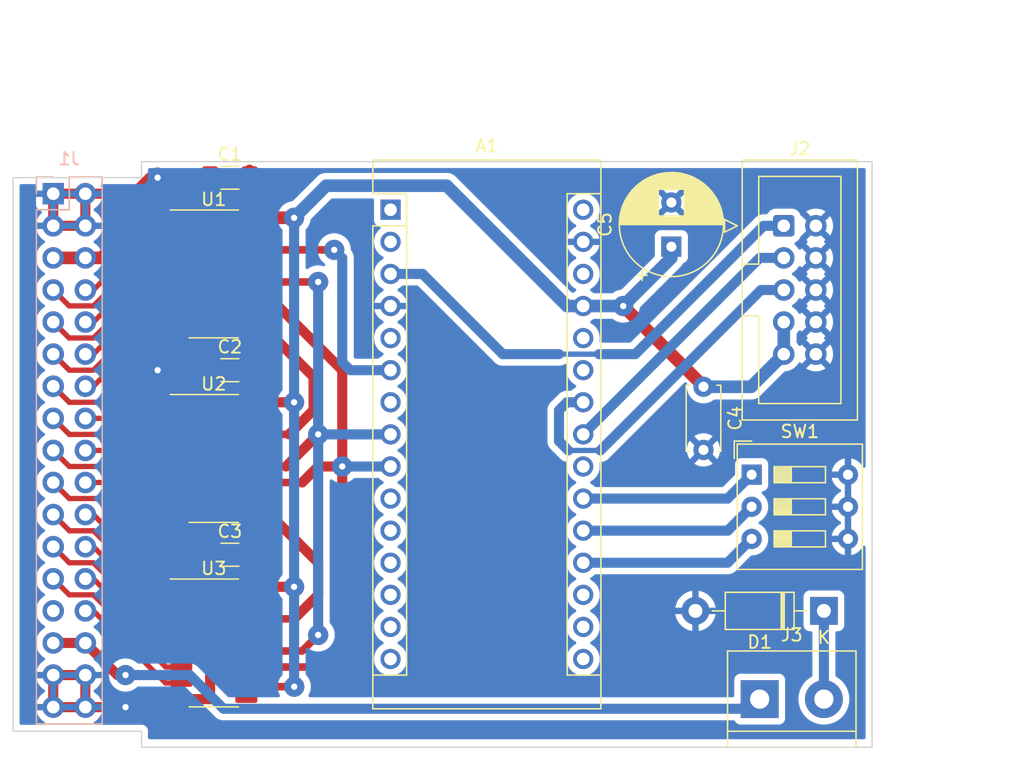
<source format=kicad_pcb>
(kicad_pcb (version 20211014) (generator pcbnew)
  (layers (0 "F.Cu" signal) (31 "B.Cu" signal) (34 "B.Paste" user) (35 "F.Paste" user) (36 "B.SilkS" user "B.Silkscreen") (37 "F.SilkS" user "F.Silkscreen") (38 "B.Mask" user) (39 "F.Mask" user) (44 "Edge.Cuts" user))
  (net 0 "")
  (net 5 "RESET")
  (net 6 "CFG-0")
  (net 7 "GND")
  (net 8 "CFG-1")
  (net 9 "ENABLE-X-1")
  (net 10 "CFG-2")
  (net 11 "ENABLE-X-2")
  (net 13 "ENABLE-X-3")
  (net 14 "SDA")
  (net 15 "ENABLE-X-4")
  (net 16 "SCL")
  (net 17 "ENABLE-X-5")
  (net 19 "ENABLE-X-6")
  (net 21 "ENABLE-X-7")
  (net 22 "Vin")
  (net 23 "ENABLE-X-8")
  (net 27 "A0-X")
  (net 28 "A1-X")
  (net 29 "A2-X")
  (net 30 "B0-X")
  (net 31 "B1-X")
  (net 32 "A0-Y")
  (net 33 "A1-Y")
  (net 34 "A2-Y")
  (net 35 "B0-Y")
  (net 36 "B1-Y")
  (net 38 "Net-(J1-Pad29)")
  (net 39 "DATA-X")
  (net 40 "ENABLE-Y-SET")
  (net 41 "ENABLE-Y-RESET")
  (net 42 "Net-(U1-Pad9)")
  (net 49 "Net-(U2-Pad9)")
  (net 52 "Net-(A1-Pad6)")
  (net 53 "Net-(A1-Pad8)")
  (net 54 "Net-(A1-Pad9)")
  (net 58 "Net-(D1-Pad1)")
  (footprint "Connector_IDC:IDC-Header_2x05_P2.54mm_Vertical" (layer "F.Cu") (at 108.585 68.58)
    (fp_text reference "J2" (at 1.27 -6.1) (layer "F.SilkS"))
    (fp_text value "I2C bus")
    (pad "1" thru_hole roundrect locked (at 0 0) (size 1.7 1.7) (drill 1) (layers *.Cu *.Mask) (roundrect_rratio 0.1470588235) (net 5 "RESET"))
    (pad "2" thru_hole circle locked (at 2.54 0) (size 1.7 1.7) (drill 1) (layers *.Cu *.Mask) (net 7 "GND"))
    (pad "3" thru_hole circle locked (at 0 2.54) (size 1.7 1.7) (drill 1) (layers *.Cu *.Mask) (net 14 "SDA"))
    (pad "4" thru_hole circle locked (at 2.54 2.54) (size 1.7 1.7) (drill 1) (layers *.Cu *.Mask) (net 7 "GND"))
    (pad "5" thru_hole circle locked (at 0 5.08) (size 1.7 1.7) (drill 1) (layers *.Cu *.Mask) (net 16 "SCL"))
    (pad "6" thru_hole circle locked (at 2.54 5.08) (size 1.7 1.7) (drill 1) (layers *.Cu *.Mask) (net 7 "GND"))
    (pad "7" thru_hole circle locked (at 0 7.62) (size 1.7 1.7) (drill 1) (layers *.Cu *.Mask) (net 22 "Vin"))
    (pad "8" thru_hole circle locked (at 2.54 7.62) (size 1.7 1.7) (drill 1) (layers *.Cu *.Mask) (net 7 "GND"))
    (pad "9" thru_hole circle locked (at 0 10.16) (size 1.7 1.7) (drill 1) (layers *.Cu *.Mask) (net 22 "Vin"))
    (pad "10" thru_hole circle locked (at 2.54 10.16) (size 1.7 1.7) (drill 1) (layers *.Cu *.Mask) (net 7 "GND"))
  )
  (footprint "Package_SO:SO-16_3.9x9.9mm_P1.27mm" (layer "F.Cu") (at 63.5 101.6)
    (fp_text reference "U3" (at 0 -5.9) (layer "F.SilkS"))
    (fp_text value "74HC595D")
    (pad "1" smd roundrect locked (at -2.575 -4.445) (size 1.75 0.6) (layers "F.Cu" "F.Paste" "F.Mask") (net 17 "ENABLE-X-5"))
    (pad "2" smd roundrect locked (at -2.575 -3.175) (size 1.75 0.6) (layers "F.Cu" "F.Paste" "F.Mask") (net 34 "A2-Y"))
    (pad "3" smd roundrect locked (at -2.575 -1.905) (size 1.75 0.6) (layers "F.Cu" "F.Paste" "F.Mask") (net 19 "ENABLE-X-6"))
    (pad "4" smd roundrect locked (at -2.575 -0.635) (size 1.75 0.6) (layers "F.Cu" "F.Paste" "F.Mask") (net 35 "B0-Y"))
    (pad "5" smd roundrect locked (at -2.575 0.635) (size 1.75 0.6) (layers "F.Cu" "F.Paste" "F.Mask") (net 21 "ENABLE-X-7"))
    (pad "6" smd roundrect locked (at -2.575 1.905) (size 1.75 0.6) (layers "F.Cu" "F.Paste" "F.Mask") (net 36 "B1-Y"))
    (pad "7" smd roundrect locked (at -2.575 3.175) (size 1.75 0.6) (layers "F.Cu" "F.Paste" "F.Mask") (net 23 "ENABLE-X-8"))
    (pad "8" smd roundrect locked (at -2.575 4.445) (size 1.75 0.6) (layers "F.Cu" "F.Paste" "F.Mask") (net 7 "GND"))
    (pad "9" smd roundrect locked (at 2.575 4.445) (size 1.75 0.6) (layers "F.Cu" "F.Paste" "F.Mask"))
    (pad "10" smd roundrect locked (at 2.575 3.175) (size 1.75 0.6) (layers "F.Cu" "F.Paste" "F.Mask") (net 22 "Vin"))
    (pad "11" smd roundrect locked (at 2.575 1.905) (size 1.75 0.6) (layers "F.Cu" "F.Paste" "F.Mask") (net 54 "Net-(A1-Pad9)"))
    (pad "12" smd roundrect locked (at 2.575 0.635) (size 1.75 0.6) (layers "F.Cu" "F.Paste" "F.Mask") (net 53 "Net-(A1-Pad8)"))
    (pad "13" smd roundrect locked (at 2.575 -0.635) (size 1.75 0.6) (layers "F.Cu" "F.Paste" "F.Mask") (net 7 "GND"))
    (pad "14" smd roundrect locked (at 2.575 -1.905) (size 1.75 0.6) (layers "F.Cu" "F.Paste" "F.Mask") (net 49 "Net-(U2-Pad9)"))
    (pad "15" smd roundrect locked (at 2.575 -3.175) (size 1.75 0.6) (layers "F.Cu" "F.Paste" "F.Mask"))
    (pad "16" smd roundrect locked (at 2.575 -4.445) (size 1.75 0.6) (layers "F.Cu" "F.Paste" "F.Mask") (net 22 "Vin"))
  )
  (footprint "Capacitor_SMD:C_1206_3216Metric_Pad1.33x1.80mm_HandSolder" (layer "F.Cu") (at 64.77 64.77)
    (fp_text reference "C1" (at 0 -1.85) (layer "F.SilkS"))
    (fp_text value "100n")
    (pad "1" smd roundrect locked (at -1.5625 0) (size 1.325 1.8) (layers "F.Cu" "F.Paste" "F.Mask") (roundrect_rratio 0.1886792453) (net 7 "GND"))
    (pad "2" smd roundrect locked (at 1.5625 0) (size 1.325 1.8) (layers "F.Cu" "F.Paste" "F.Mask") (roundrect_rratio 0.1886792453) (net 22 "Vin"))
  )
  (footprint "TerminalBlock:TerminalBlock_bornier-2_P5.08mm" (layer "F.Cu") (at 106.68 106.045)
    (fp_text reference "J3" (at 2.54 -5.08) (layer "F.SilkS"))
    (fp_text value "Power 24V")
    (pad "1" thru_hole rect locked (at 0 0) (size 3 3) (drill 1.52) (layers *.Cu *.Mask) (net 38 "Net-(J1-Pad29)"))
    (pad "2" thru_hole circle locked (at 5.08 0) (size 3 3) (drill 1.52) (layers *.Cu *.Mask) (net 58 "Net-(D1-Pad1)"))
  )
  (footprint "Capacitor_THT:C_Disc_D5.0mm_W2.5mm_P5.00mm" (layer "F.Cu") (at 102.235 81.32 -90)
    (fp_text reference "C4" (at 2.5 -2.5 90) (layer "F.SilkS"))
    (fp_text value "100n")
    (pad "1" thru_hole circle locked (at 0 0 270) (size 1.6 1.6) (drill 0.8) (layers *.Cu *.Mask) (net 22 "Vin"))
    (pad "2" thru_hole circle locked (at 5 0 270) (size 1.6 1.6) (drill 0.8) (layers *.Cu *.Mask) (net 7 "GND"))
  )
  (footprint "Capacitor_SMD:C_1206_3216Metric_Pad1.33x1.80mm_HandSolder" (layer "F.Cu") (at 64.77 80.01)
    (fp_text reference "C2" (at 0 -1.85) (layer "F.SilkS"))
    (fp_text value "100n")
    (pad "1" smd roundrect locked (at -1.5625 0) (size 1.325 1.8) (layers "F.Cu" "F.Paste" "F.Mask") (roundrect_rratio 0.1886792453) (net 7 "GND"))
    (pad "2" smd roundrect locked (at 1.5625 0) (size 1.325 1.8) (layers "F.Cu" "F.Paste" "F.Mask") (roundrect_rratio 0.1886792453) (net 22 "Vin"))
  )
  (footprint "Package_SO:SO-16_3.9x9.9mm_P1.27mm" (layer "F.Cu") (at 63.5 86.995)
    (fp_text reference "U2" (at 0 -5.9) (layer "F.SilkS"))
    (fp_text value "74HC595D")
    (pad "1" smd roundrect locked (at -2.575 -4.445) (size 1.75 0.6) (layers "F.Cu" "F.Paste" "F.Mask") (net 30 "B0-X"))
    (pad "2" smd roundrect locked (at -2.575 -3.175) (size 1.75 0.6) (layers "F.Cu" "F.Paste" "F.Mask") (net 11 "ENABLE-X-2"))
    (pad "3" smd roundrect locked (at -2.575 -1.905) (size 1.75 0.6) (layers "F.Cu" "F.Paste" "F.Mask") (net 31 "B1-X"))
    (pad "4" smd roundrect locked (at -2.575 -0.635) (size 1.75 0.6) (layers "F.Cu" "F.Paste" "F.Mask") (net 13 "ENABLE-X-3"))
    (pad "5" smd roundrect locked (at -2.575 0.635) (size 1.75 0.6) (layers "F.Cu" "F.Paste" "F.Mask") (net 32 "A0-Y"))
    (pad "6" smd roundrect locked (at -2.575 1.905) (size 1.75 0.6) (layers "F.Cu" "F.Paste" "F.Mask") (net 15 "ENABLE-X-4"))
    (pad "7" smd roundrect locked (at -2.575 3.175) (size 1.75 0.6) (layers "F.Cu" "F.Paste" "F.Mask") (net 33 "A1-Y"))
    (pad "8" smd roundrect locked (at -2.575 4.445) (size 1.75 0.6) (layers "F.Cu" "F.Paste" "F.Mask") (net 7 "GND"))
    (pad "9" smd roundrect locked (at 2.575 4.445) (size 1.75 0.6) (layers "F.Cu" "F.Paste" "F.Mask") (net 49 "Net-(U2-Pad9)"))
    (pad "10" smd roundrect locked (at 2.575 3.175) (size 1.75 0.6) (layers "F.Cu" "F.Paste" "F.Mask") (net 22 "Vin"))
    (pad "11" smd roundrect locked (at 2.575 1.905) (size 1.75 0.6) (layers "F.Cu" "F.Paste" "F.Mask") (net 54 "Net-(A1-Pad9)"))
    (pad "12" smd roundrect locked (at 2.575 0.635) (size 1.75 0.6) (layers "F.Cu" "F.Paste" "F.Mask") (net 53 "Net-(A1-Pad8)"))
    (pad "13" smd roundrect locked (at 2.575 -0.635) (size 1.75 0.6) (layers "F.Cu" "F.Paste" "F.Mask") (net 7 "GND"))
    (pad "14" smd roundrect locked (at 2.575 -1.905) (size 1.75 0.6) (layers "F.Cu" "F.Paste" "F.Mask") (net 42 "Net-(U1-Pad9)"))
    (pad "15" smd roundrect locked (at 2.575 -3.175) (size 1.75 0.6) (layers "F.Cu" "F.Paste" "F.Mask"))
    (pad "16" smd roundrect locked (at 2.575 -4.445) (size 1.75 0.6) (layers "F.Cu" "F.Paste" "F.Mask") (net 22 "Vin"))
  )
  (footprint "Capacitor_THT:CP_Radial_D8.0mm_P3.50mm" (layer "F.Cu") (at 99.695 70.232651 90)
    (fp_text reference "C5" (at 1.75 -5.25 90) (layer "F.SilkS"))
    (fp_text value "100uF")
    (pad "1" thru_hole rect locked (at 0 0 90) (size 1.6 1.6) (drill 0.8) (layers *.Cu *.Mask) (net 22 "Vin"))
    (pad "2" thru_hole circle locked (at 3.5 0 90) (size 1.6 1.6) (drill 0.8) (layers *.Cu *.Mask) (net 7 "GND"))
  )
  (footprint "Package_SO:SO-16_3.9x9.9mm_P1.27mm" (layer "F.Cu") (at 63.5 72.39)
    (fp_text reference "U1" (at 0 -5.9) (layer "F.SilkS"))
    (fp_text value "74HC595D")
    (pad "1" smd roundrect locked (at -2.575 -4.445) (size 1.75 0.6) (layers "F.Cu" "F.Paste" "F.Mask") (net 39 "DATA-X"))
    (pad "2" smd roundrect locked (at -2.575 -3.175) (size 1.75 0.6) (layers "F.Cu" "F.Paste" "F.Mask") (net 27 "A0-X"))
    (pad "3" smd roundrect locked (at -2.575 -1.905) (size 1.75 0.6) (layers "F.Cu" "F.Paste" "F.Mask") (net 40 "ENABLE-Y-SET"))
    (pad "4" smd roundrect locked (at -2.575 -0.635) (size 1.75 0.6) (layers "F.Cu" "F.Paste" "F.Mask") (net 28 "A1-X"))
    (pad "5" smd roundrect locked (at -2.575 0.635) (size 1.75 0.6) (layers "F.Cu" "F.Paste" "F.Mask") (net 41 "ENABLE-Y-RESET"))
    (pad "6" smd roundrect locked (at -2.575 1.905) (size 1.75 0.6) (layers "F.Cu" "F.Paste" "F.Mask") (net 29 "A2-X"))
    (pad "7" smd roundrect locked (at -2.575 3.175) (size 1.75 0.6) (layers "F.Cu" "F.Paste" "F.Mask") (net 9 "ENABLE-X-1"))
    (pad "8" smd roundrect locked (at -2.575 4.445) (size 1.75 0.6) (layers "F.Cu" "F.Paste" "F.Mask") (net 7 "GND"))
    (pad "9" smd roundrect locked (at 2.575 4.445) (size 1.75 0.6) (layers "F.Cu" "F.Paste" "F.Mask") (net 42 "Net-(U1-Pad9)"))
    (pad "10" smd roundrect locked (at 2.575 3.175) (size 1.75 0.6) (layers "F.Cu" "F.Paste" "F.Mask") (net 22 "Vin"))
    (pad "11" smd roundrect locked (at 2.575 1.905) (size 1.75 0.6) (layers "F.Cu" "F.Paste" "F.Mask") (net 54 "Net-(A1-Pad9)"))
    (pad "12" smd roundrect locked (at 2.575 0.635) (size 1.75 0.6) (layers "F.Cu" "F.Paste" "F.Mask") (net 53 "Net-(A1-Pad8)"))
    (pad "13" smd roundrect locked (at 2.575 -0.635) (size 1.75 0.6) (layers "F.Cu" "F.Paste" "F.Mask") (net 7 "GND"))
    (pad "14" smd roundrect locked (at 2.575 -1.905) (size 1.75 0.6) (layers "F.Cu" "F.Paste" "F.Mask") (net 52 "Net-(A1-Pad6)"))
    (pad "15" smd roundrect locked (at 2.575 -3.175) (size 1.75 0.6) (layers "F.Cu" "F.Paste" "F.Mask"))
    (pad "16" smd roundrect locked (at 2.575 -4.445) (size 1.75 0.6) (layers "F.Cu" "F.Paste" "F.Mask") (net 22 "Vin"))
  )
  (footprint "Capacitor_SMD:C_1206_3216Metric_Pad1.33x1.80mm_HandSolder" (layer "F.Cu") (at 64.77 94.615)
    (fp_text reference "C3" (at 0 -1.85) (layer "F.SilkS"))
    (fp_text value "100n")
    (pad "1" smd roundrect locked (at -1.5625 0) (size 1.325 1.8) (layers "F.Cu" "F.Paste" "F.Mask") (roundrect_rratio 0.1886792453) (net 7 "GND"))
    (pad "2" smd roundrect locked (at 1.5625 0) (size 1.325 1.8) (layers "F.Cu" "F.Paste" "F.Mask") (roundrect_rratio 0.1886792453) (net 22 "Vin"))
  )
  (footprint "Button_Switch_THT:SW_DIP_SPSTx03_Slide_9.78x9.8mm_W7.62mm_P2.54mm" (layer "F.Cu") (at 106.045 88.28)
    (fp_text reference "SW1" (at 3.81 -3.42) (layer "F.SilkS"))
    (fp_text value "SW_DIP_x03")
    (pad "1" thru_hole rect locked (at 0 0) (size 1.6 1.6) (drill 0.8) (layers *.Cu *.Mask) (net 10 "CFG-2"))
    (pad "2" thru_hole oval locked (at 0 2.54) (size 1.6 1.6) (drill 0.8) (layers *.Cu *.Mask) (net 8 "CFG-1"))
    (pad "3" thru_hole oval locked (at 0 5.08) (size 1.6 1.6) (drill 0.8) (layers *.Cu *.Mask) (net 6 "CFG-0"))
    (pad "4" thru_hole oval locked (at 7.62 5.08) (size 1.6 1.6) (drill 0.8) (layers *.Cu *.Mask) (net 7 "GND"))
    (pad "5" thru_hole oval locked (at 7.62 2.54) (size 1.6 1.6) (drill 0.8) (layers *.Cu *.Mask) (net 7 "GND"))
    (pad "6" thru_hole oval locked (at 7.62 0) (size 1.6 1.6) (drill 0.8) (layers *.Cu *.Mask) (net 7 "GND"))
  )
  (footprint "Diode_THT:D_DO-41_SOD81_P10.16mm_Horizontal" (layer "F.Cu") (at 111.76 99.06 180)
    (fp_text reference "D1" (at 5.08 -2.47) (layer "F.SilkS"))
    (fp_text value "1N5819")
    (fp_text user "K" (at 0 -2.1) (layer "F.SilkS"))
    (pad "1" thru_hole rect locked (at 0 0 180) (size 2.2 2.2) (drill 1.1) (layers *.Cu *.Mask) (net 58 "Net-(D1-Pad1)"))
    (pad "2" thru_hole oval locked (at 10.16 0 180) (size 2.2 2.2) (drill 1.1) (layers *.Cu *.Mask) (net 7 "GND"))
  )
  (footprint "Module:Arduino_Nano" (layer "F.Cu") (at 77.48 67.31)
    (fp_text reference "A1" (at 7.62 -5.08) (layer "F.SilkS"))
    (fp_text value "Arduino_Nano_v3.x")
    (pad "1" thru_hole rect locked (at 0 0) (size 1.6 1.6) (drill 1) (layers *.Cu *.Mask))
    (pad "2" thru_hole oval locked (at 0 2.54) (size 1.6 1.6) (drill 1) (layers *.Cu *.Mask))
    (pad "3" thru_hole oval locked (at 0 5.08) (size 1.6 1.6) (drill 1) (layers *.Cu *.Mask) (net 5 "RESET"))
    (pad "4" thru_hole oval locked (at 0 7.62) (size 1.6 1.6) (drill 1) (layers *.Cu *.Mask) (net 7 "GND"))
    (pad "5" thru_hole oval locked (at 0 10.16) (size 1.6 1.6) (drill 1) (layers *.Cu *.Mask))
    (pad "6" thru_hole oval locked (at 0 12.7) (size 1.6 1.6) (drill 1) (layers *.Cu *.Mask) (net 52 "Net-(A1-Pad6)"))
    (pad "7" thru_hole oval locked (at 0 15.24) (size 1.6 1.6) (drill 1) (layers *.Cu *.Mask))
    (pad "8" thru_hole oval locked (at 0 17.78) (size 1.6 1.6) (drill 1) (layers *.Cu *.Mask) (net 53 "Net-(A1-Pad8)"))
    (pad "9" thru_hole oval locked (at 0 20.32) (size 1.6 1.6) (drill 1) (layers *.Cu *.Mask) (net 54 "Net-(A1-Pad9)"))
    (pad "10" thru_hole oval locked (at 0 22.86) (size 1.6 1.6) (drill 1) (layers *.Cu *.Mask))
    (pad "11" thru_hole oval locked (at 0 25.4) (size 1.6 1.6) (drill 1) (layers *.Cu *.Mask))
    (pad "12" thru_hole oval locked (at 0 27.94) (size 1.6 1.6) (drill 1) (layers *.Cu *.Mask))
    (pad "13" thru_hole oval locked (at 0 30.48) (size 1.6 1.6) (drill 1) (layers *.Cu *.Mask))
    (pad "14" thru_hole oval locked (at 0 33.02) (size 1.6 1.6) (drill 1) (layers *.Cu *.Mask))
    (pad "15" thru_hole oval locked (at 0 35.56) (size 1.6 1.6) (drill 1) (layers *.Cu *.Mask))
    (pad "16" thru_hole oval locked (at 15.24 35.56) (size 1.6 1.6) (drill 1) (layers *.Cu *.Mask))
    (pad "17" thru_hole oval locked (at 15.24 33.02) (size 1.6 1.6) (drill 1) (layers *.Cu *.Mask))
    (pad "18" thru_hole oval locked (at 15.24 30.48) (size 1.6 1.6) (drill 1) (layers *.Cu *.Mask))
    (pad "19" thru_hole oval locked (at 15.24 27.94) (size 1.6 1.6) (drill 1) (layers *.Cu *.Mask) (net 6 "CFG-0"))
    (pad "20" thru_hole oval locked (at 15.24 25.4) (size 1.6 1.6) (drill 1) (layers *.Cu *.Mask) (net 8 "CFG-1"))
    (pad "21" thru_hole oval locked (at 15.24 22.86) (size 1.6 1.6) (drill 1) (layers *.Cu *.Mask) (net 10 "CFG-2"))
    (pad "22" thru_hole oval locked (at 15.24 20.32) (size 1.6 1.6) (drill 1) (layers *.Cu *.Mask))
    (pad "23" thru_hole oval locked (at 15.24 17.78) (size 1.6 1.6) (drill 1) (layers *.Cu *.Mask) (net 14 "SDA"))
    (pad "24" thru_hole oval locked (at 15.24 15.24) (size 1.6 1.6) (drill 1) (layers *.Cu *.Mask) (net 16 "SCL"))
    (pad "25" thru_hole oval locked (at 15.24 12.7) (size 1.6 1.6) (drill 1) (layers *.Cu *.Mask))
    (pad "26" thru_hole oval locked (at 15.24 10.16) (size 1.6 1.6) (drill 1) (layers *.Cu *.Mask))
    (pad "27" thru_hole oval locked (at 15.24 7.62) (size 1.6 1.6) (drill 1) (layers *.Cu *.Mask) (net 22 "Vin"))
    (pad "28" thru_hole oval locked (at 15.24 5.08) (size 1.6 1.6) (drill 1) (layers *.Cu *.Mask))
    (pad "29" thru_hole oval locked (at 15.24 2.54) (size 1.6 1.6) (drill 1) (layers *.Cu *.Mask) (net 7 "GND"))
    (pad "30" thru_hole oval locked (at 15.24 0) (size 1.6 1.6) (drill 1) (layers *.Cu *.Mask))
  )
  (footprint "Connector_PinSocket_2.54mm:PinSocket_2x17_P2.54mm_Vertical" (layer "B.Cu") (at 50.8 66.04 180)
    (fp_text reference "J1" (at -1.27 2.77) (layer "B.SilkS") (effects (justify mirror)))
    (fp_text value "FlipDot matrix")
    (pad "1" thru_hole rect locked (at 0 0 180) (size 1.7 1.7) (drill 1) (layers *.Cu *.Mask) (net 7 "GND"))
    (pad "2" thru_hole oval locked (at -2.54 0 180) (size 1.7 1.7) (drill 1) (layers *.Cu *.Mask) (net 7 "GND"))
    (pad "3" thru_hole oval locked (at 0 -2.54 180) (size 1.7 1.7) (drill 1) (layers *.Cu *.Mask) (net 7 "GND"))
    (pad "4" thru_hole oval locked (at -2.54 -2.54 180) (size 1.7 1.7) (drill 1) (layers *.Cu *.Mask) (net 7 "GND"))
    (pad "5" thru_hole oval locked (at 0 -5.08 180) (size 1.7 1.7) (drill 1) (layers *.Cu *.Mask) (net 22 "Vin"))
    (pad "6" thru_hole oval locked (at -2.54 -5.08 180) (size 1.7 1.7) (drill 1) (layers *.Cu *.Mask) (net 22 "Vin"))
    (pad "7" thru_hole oval locked (at 0 -7.62 180) (size 1.7 1.7) (drill 1) (layers *.Cu *.Mask) (net 27 "A0-X"))
    (pad "8" thru_hole oval locked (at -2.54 -7.62 180) (size 1.7 1.7) (drill 1) (layers *.Cu *.Mask) (net 39 "DATA-X"))
    (pad "9" thru_hole oval locked (at 0 -10.16 180) (size 1.7 1.7) (drill 1) (layers *.Cu *.Mask) (net 28 "A1-X"))
    (pad "10" thru_hole oval locked (at -2.54 -10.16 180) (size 1.7 1.7) (drill 1) (layers *.Cu *.Mask) (net 40 "ENABLE-Y-SET"))
    (pad "11" thru_hole oval locked (at 0 -12.7 180) (size 1.7 1.7) (drill 1) (layers *.Cu *.Mask) (net 29 "A2-X"))
    (pad "12" thru_hole oval locked (at -2.54 -12.7 180) (size 1.7 1.7) (drill 1) (layers *.Cu *.Mask) (net 41 "ENABLE-Y-RESET"))
    (pad "13" thru_hole oval locked (at 0 -15.24 180) (size 1.7 1.7) (drill 1) (layers *.Cu *.Mask) (net 30 "B0-X"))
    (pad "14" thru_hole oval locked (at -2.54 -15.24 180) (size 1.7 1.7) (drill 1) (layers *.Cu *.Mask) (net 9 "ENABLE-X-1"))
    (pad "15" thru_hole oval locked (at 0 -17.78 180) (size 1.7 1.7) (drill 1) (layers *.Cu *.Mask) (net 31 "B1-X"))
    (pad "16" thru_hole oval locked (at -2.54 -17.78 180) (size 1.7 1.7) (drill 1) (layers *.Cu *.Mask) (net 11 "ENABLE-X-2"))
    (pad "17" thru_hole oval locked (at 0 -20.32 180) (size 1.7 1.7) (drill 1) (layers *.Cu *.Mask) (net 32 "A0-Y"))
    (pad "18" thru_hole oval locked (at -2.54 -20.32 180) (size 1.7 1.7) (drill 1) (layers *.Cu *.Mask) (net 13 "ENABLE-X-3"))
    (pad "19" thru_hole oval locked (at 0 -22.86 180) (size 1.7 1.7) (drill 1) (layers *.Cu *.Mask) (net 33 "A1-Y"))
    (pad "20" thru_hole oval locked (at -2.54 -22.86 180) (size 1.7 1.7) (drill 1) (layers *.Cu *.Mask) (net 15 "ENABLE-X-4"))
    (pad "21" thru_hole oval locked (at 0 -25.4 180) (size 1.7 1.7) (drill 1) (layers *.Cu *.Mask) (net 34 "A2-Y"))
    (pad "22" thru_hole oval locked (at -2.54 -25.4 180) (size 1.7 1.7) (drill 1) (layers *.Cu *.Mask) (net 17 "ENABLE-X-5"))
    (pad "23" thru_hole oval locked (at 0 -27.94 180) (size 1.7 1.7) (drill 1) (layers *.Cu *.Mask) (net 35 "B0-Y"))
    (pad "24" thru_hole oval locked (at -2.54 -27.94 180) (size 1.7 1.7) (drill 1) (layers *.Cu *.Mask) (net 19 "ENABLE-X-6"))
    (pad "25" thru_hole oval locked (at 0 -30.48 180) (size 1.7 1.7) (drill 1) (layers *.Cu *.Mask) (net 36 "B1-Y"))
    (pad "26" thru_hole oval locked (at -2.54 -30.48 180) (size 1.7 1.7) (drill 1) (layers *.Cu *.Mask) (net 21 "ENABLE-X-7"))
    (pad "27" thru_hole oval locked (at 0 -33.02 180) (size 1.7 1.7) (drill 1) (layers *.Cu *.Mask))
    (pad "28" thru_hole oval locked (at -2.54 -33.02 180) (size 1.7 1.7) (drill 1) (layers *.Cu *.Mask) (net 23 "ENABLE-X-8"))
    (pad "29" thru_hole oval locked (at 0 -35.56 180) (size 1.7 1.7) (drill 1) (layers *.Cu *.Mask) (net 38 "Net-(J1-Pad29)"))
    (pad "30" thru_hole oval locked (at -2.54 -35.56 180) (size 1.7 1.7) (drill 1) (layers *.Cu *.Mask) (net 38 "Net-(J1-Pad29)"))
    (pad "31" thru_hole oval locked (at 0 -38.1 180) (size 1.7 1.7) (drill 1) (layers *.Cu *.Mask) (net 7 "GND"))
    (pad "32" thru_hole oval locked (at -2.54 -38.1 180) (size 1.7 1.7) (drill 1) (layers *.Cu *.Mask) (net 7 "GND"))
    (pad "33" thru_hole oval locked (at 0 -40.64 180) (size 1.7 1.7) (drill 1) (layers *.Cu *.Mask) (net 7 "GND"))
    (pad "34" thru_hole oval locked (at -2.54 -40.64 180) (size 1.7 1.7) (drill 1) (layers *.Cu *.Mask) (net 7 "GND"))
  )
  (gr_poly (pts (xy 115.57 109.855) (xy 57.785 109.855) (xy 57.785 108.585) (xy 47.625 108.585) (xy 47.625 64.77) (xy 57.785 64.77) (xy 57.785 63.5) (xy 115.57 63.5)) (layer "Edge.Cuts") (width 0.1) (fill none))
  (segment (start 106.9975 68.58) (end 108.585 68.58) (width 0.8) (layer "B.Cu") (net 5))
  (segment (start 93.98 78.74) (end 96.8375 78.74) (width 0.8) (layer "B.Cu") (net 5))
  (segment (start 96.8375 78.74) (end 106.9975 68.58) (width 0.8) (layer "B.Cu") (net 5))
  (segment (start 90.805 78.74) (end 93.98 78.74) (width 0.42) (layer "B.Cu") (net 5))
  (segment (start 86.36 78.74) (end 80.01 72.39) (width 0.8) (layer "B.Cu") (net 5))
  (segment (start 80.01 72.39) (end 77.48 72.39) (width 0.8) (layer "B.Cu") (net 5))
  (segment (start 90.805 78.74) (end 86.36 78.74) (width 0.8) (layer "B.Cu") (net 5))
  (segment (start 106.045 93.36) (end 106.03 93.36) (width 0.8) (layer "B.Cu") (net 6))
  (segment (start 104.14 95.25) (end 92.72 95.25) (width 0.8) (layer "B.Cu") (net 6))
  (segment (start 106.03 93.36) (end 104.14 95.25) (width 0.8) (layer "B.Cu") (net 6))
  (segment (start 63.2075 86.0675) (end 63.2075 91.1475) (width 0.8) (layer "F.Cu") (net 7))
  (segment (start 50.8 106.68) (end 53.34 106.68) (width 0.8) (layer "F.Cu") (net 7))
  (segment (start 59.055 64.77) (end 58.42 64.77) (width 0.8) (layer "F.Cu") (net 7))
  (segment (start 63.2075 80.01) (end 63.2075 76.4925) (width 0.8) (layer "F.Cu") (net 7))
  (segment (start 56.515 106.68) (end 59.055 106.68) (width 0.8) (layer "F.Cu") (net 7))
  (segment (start 66.075 100.965) (end 63.5 100.965) (width 0.8) (layer "F.Cu") (net 7))
  (segment (start 50.8 104.14) (end 53.34 104.14) (width 0.8) (layer "F.Cu") (net 7))
  (segment (start 59.69 106.045) (end 63.2075 106.045) (width 0.8) (layer "F.Cu") (net 7))
  (segment (start 63.2075 72.6825) (end 64.135 71.755) (width 0.8) (layer "F.Cu") (net 7))
  (segment (start 63.2075 91.1475) (end 63.2075 95.44) (width 0.8) (layer "F.Cu") (net 7))
  (segment (start 50.8 68.58) (end 53.34 68.58) (width 0.8) (layer "F.Cu") (net 7))
  (segment (start 66.075 86.36) (end 63.5 86.36) (width 0.8) (layer "F.Cu") (net 7))
  (segment (start 53.34 68.58) (end 53.34 66.04) (width 0.8) (layer "F.Cu") (net 7))
  (segment (start 63.2075 106.045) (end 63.2075 101.2575) (width 0.8) (layer "F.Cu") (net 7))
  (segment (start 57.15 66.04) (end 53.34 66.04) (width 0.8) (layer "F.Cu") (net 7))
  (segment (start 50.8 104.14) (end 50.8 106.68) (width 0.8) (layer "F.Cu") (net 7))
  (segment (start 63.2075 95.44) (end 63.2075 101.2575) (width 0.8) (layer "F.Cu") (net 7))
  (segment (start 64.135 71.755) (end 66.075 71.755) (width 0.8) (layer "F.Cu") (net 7))
  (segment (start 53.34 104.14) (end 53.34 106.68) (width 0.8) (layer "F.Cu") (net 7))
  (segment (start 60.925 91.44) (end 62.915 91.44) (width 0.8) (layer "F.Cu") (net 7))
  (segment (start 63.2075 76.4925) (end 63.2075 72.6825) (width 0.8) (layer "F.Cu") (net 7))
  (segment (start 63.2075 80.01) (end 63.2075 86.0675) (width 0.8) (layer "F.Cu") (net 7))
  (segment (start 63.5 100.965) (end 63.2075 101.2575) (width 0.42) (layer "F.Cu") (net 7))
  (segment (start 63.5 86.36) (end 63.2075 86.0675) (width 0.42) (layer "F.Cu") (net 7))
  (segment (start 63.2075 80.01) (end 59.055 80.01) (width 0.8) (layer "F.Cu") (net 7))
  (segment (start 60.925 76.835) (end 62.865 76.835) (width 0.8) (layer "F.Cu") (net 7))
  (segment (start 62.915 91.44) (end 63.2075 91.1475) (width 0.42) (layer "F.Cu") (net 7))
  (segment (start 58.42 64.77) (end 57.15 66.04) (width 0.8) (layer "F.Cu") (net 7))
  (segment (start 59.055 64.77) (end 63.2075 64.77) (width 0.8) (layer "F.Cu") (net 7))
  (segment (start 62.865 76.835) (end 63.2075 76.4925) (width 0.42) (layer "F.Cu") (net 7))
  (segment (start 50.8 66.04) (end 53.34 66.04) (width 0.8) (layer "F.Cu") (net 7))
  (segment (start 59.055 106.68) (end 59.69 106.045) (width 0.8) (layer "F.Cu") (net 7))
  (segment (start 56.515 106.68) (end 53.34 106.68) (width 0.8) (layer "F.Cu") (net 7))
  (segment (start 50.8 66.04) (end 50.8 68.58) (width 0.8) (layer "F.Cu") (net 7))
  (via (at 56.515 106.68) (size 1.6) (drill 0.5) (layers "F.Cu" "B.Cu") (net 7))
  (via (at 59.055 64.77) (size 1.6) (drill 0.5) (layers "F.Cu" "B.Cu") (net 7))
  (via (at 59.055 80.01) (size 1.6) (drill 0.5) (layers "F.Cu" "B.Cu") (net 7))
  (segment (start 104.155 92.71) (end 106.045 90.82) (width 0.8) (layer "B.Cu") (net 8))
  (segment (start 92.72 92.71) (end 104.155 92.71) (width 0.8) (layer "B.Cu") (net 8))
  (segment (start 53.34 81.28) (end 53.975 81.28) (width 0.42) (layer "F.Cu") (net 9))
  (segment (start 53.975 81.28) (end 59.69 75.565) (width 0.42) (layer "F.Cu") (net 9))
  (segment (start 59.69 75.565) (end 60.925 75.565) (width 0.42) (layer "F.Cu") (net 9))
  (segment (start 106.03 88.28) (end 106.045 88.28) (width 0.8) (layer "B.Cu") (net 10))
  (segment (start 92.72 90.17) (end 104.14 90.17) (width 0.8) (layer "B.Cu") (net 10))
  (segment (start 104.14 90.17) (end 106.03 88.28) (width 0.8) (layer "B.Cu") (net 10))
  (segment (start 53.34 83.82) (end 60.925 83.82) (width 0.42) (layer "F.Cu") (net 11))
  (segment (start 53.34 86.36) (end 60.925 86.36) (width 0.42) (layer "F.Cu") (net 13))
  (segment (start 106.68 71.12) (end 107.95 71.12) (width 0.8) (layer "B.Cu") (net 14))
  (segment (start 92.72 85.09) (end 92.72 85.08) (width 0.42) (layer "B.Cu") (net 14))
  (segment (start 92.72 85.08) (end 106.68 71.12) (width 0.8) (layer "B.Cu") (net 14))
  (segment (start 53.34 88.9) (end 60.925 88.9) (width 0.42) (layer "F.Cu") (net 15))
  (segment (start 92.72 82.55) (end 92.075 82.55) (width 0.6) (layer "B.Cu") (net 16))
  (segment (start 91.542246 86.36) (end 94.080489 86.36) (width 0.42) (layer "B.Cu") (net 16))
  (segment (start 106.780489 73.66) (end 107.95 73.66) (width 0.8) (layer "B.Cu") (net 16))
  (segment (start 90.805 83.185) (end 90.805 85.622754) (width 0.8) (layer "B.Cu") (net 16))
  (segment (start 92.075 82.55) (end 91.44 82.55) (width 0.8) (layer "B.Cu") (net 16))
  (segment (start 94.080489 86.36) (end 106.780489 73.66) (width 0.8) (layer "B.Cu") (net 16))
  (segment (start 91.44 82.55) (end 90.805 83.185) (width 0.8) (layer "B.Cu") (net 16))
  (segment (start 90.805 85.622754) (end 91.542246 86.36) (width 0.8) (layer "B.Cu") (net 16))
  (segment (start 53.34 91.44) (end 53.975 91.44) (width 0.42) (layer "F.Cu") (net 17))
  (segment (start 59.69 97.155) (end 60.925 97.155) (width 0.42) (layer "F.Cu") (net 17))
  (segment (start 53.975 91.44) (end 59.69 97.155) (width 0.42) (layer "F.Cu") (net 17))
  (segment (start 59.69 99.695) (end 60.925 99.695) (width 0.42) (layer "F.Cu") (net 19))
  (segment (start 53.34 93.98) (end 53.975 93.98) (width 0.42) (layer "F.Cu") (net 19))
  (segment (start 53.975 93.98) (end 59.69 99.695) (width 0.42) (layer "F.Cu") (net 19))
  (segment (start 53.975 96.52) (end 59.69 102.235) (width 0.42) (layer "F.Cu") (net 21))
  (segment (start 53.34 96.52) (end 53.975 96.52) (width 0.42) (layer "F.Cu") (net 21))
  (segment (start 59.69 102.235) (end 60.925 102.235) (width 0.42) (layer "F.Cu") (net 21))
  (segment (start 67.945 104.775) (end 66.075 104.775) (width 0.6) (layer "F.Cu") (net 22))
  (segment (start 66.3325 66.3825) (end 66.3325 67.6875) (width 1) (layer "F.Cu") (net 22))
  (segment (start 66.3325 94.615) (end 66.3325 94.2725) (width 0.42) (layer "F.Cu") (net 22))
  (segment (start 66.3325 80.01) (end 66.3325 82.2925) (width 0.8) (layer "F.Cu") (net 22))
  (segment (start 68.231272 105.061272) (end 67.945 104.775) (width 0.6) (layer "F.Cu") (net 22))
  (segment (start 54.61 71.12) (end 59.055 66.675) (width 1) (layer "F.Cu") (net 22))
  (segment (start 66.075 82.55) (end 69.85 82.55) (width 0.8) (layer "F.Cu") (net 22))
  (segment (start 53.34 71.12) (end 54.61 71.12) (width 1) (layer "F.Cu") (net 22))
  (segment (start 66.075 97.155) (end 69.85 97.155) (width 0.8) (layer "F.Cu") (net 22))
  (segment (start 95.885 74.93) (end 102.235 81.28) (width 1) (layer "F.Cu") (net 22))
  (segment (start 59.055 66.675) (end 66.04 66.675) (width 1) (layer "F.Cu") (net 22))
  (segment (start 66.3325 66.3825) (end 66.3325 64.135) (width 0.8) (layer "F.Cu") (net 22))
  (segment (start 66.3325 94.2725) (end 64.445763 92.385763) (width 0.6) (layer "F.Cu") (net 22))
  (segment (start 66.3325 94.615) (end 66.3325 96.8975) (width 0.8) (layer "F.Cu") (net 22))
  (segment (start 50.8 71.12) (end 53.34 71.12) (width 1) (layer "F.Cu") (net 22))
  (segment (start 64.365423 78.335423) (end 64.365423 75.969577) (width 0.6) (layer "F.Cu") (net 22))
  (segment (start 64.445763 90.494237) (end 64.77 90.17) (width 0.6) (layer "F.Cu") (net 22))
  (segment (start 66.3325 82.2925) (end 66.075 82.55) (width 0.42) (layer "F.Cu") (net 22))
  (segment (start 66.3325 67.6875) (end 66.075 67.945) (width 0.42) (layer "F.Cu") (net 22))
  (segment (start 66.3325 80.01) (end 66.04 80.01) (width 0.42) (layer "F.Cu") (net 22))
  (segment (start 66.04 80.01) (end 64.365423 78.335423) (width 0.6) (layer "F.Cu") (net 22))
  (segment (start 64.445763 92.385763) (end 64.445763 90.494237) (width 0.6) (layer "F.Cu") (net 22))
  (segment (start 64.77 90.17) (end 66.075 90.17) (width 0.6) (layer "F.Cu") (net 22))
  (segment (start 64.77 75.565) (end 65.405 75.565) (width 0.6) (layer "F.Cu") (net 22))
  (segment (start 66.3325 96.8975) (end 66.075 97.155) (width 0.42) (layer "F.Cu") (net 22))
  (segment (start 69.85 67.945) (end 66.075 67.945) (width 1) (layer "F.Cu") (net 22))
  (segment (start 64.365423 75.969577) (end 64.77 75.565) (width 0.6) (layer "F.Cu") (net 22))
  (segment (start 69.86305 105.061272) (end 68.231272 105.061272) (width 0.6) (layer "F.Cu") (net 22))
  (segment (start 66.04 66.675) (end 66.3325 66.3825) (width 1) (layer "F.Cu") (net 22))
  (via (at 69.86305 105.061272) (size 1.6) (drill 0.5) (layers "F.Cu" "B.Cu") (net 22))
  (via (at 69.85 97.155) (size 1.6) (drill 0.5) (layers "F.Cu" "B.Cu") (net 22))
  (via (at 69.85 67.945) (size 1.6) (drill 0.5) (layers "F.Cu" "B.Cu") (net 22))
  (via (at 95.885 74.93) (size 1.6) (drill 0.5) (layers "F.Cu" "B.Cu") (net 22))
  (via (at 69.85 82.55) (size 1.6) (drill 0.5) (layers "F.Cu" "B.Cu") (net 22))
  (segment (start 99.695 71.12) (end 99.695 70.232651) (width 0.8) (layer "B.Cu") (net 22))
  (segment (start 69.85 105.048222) (end 69.86305 105.061272) (width 0.8) (layer "B.Cu") (net 22))
  (segment (start 69.85 74.93) (end 69.85 82.55) (width 0.8) (layer "B.Cu") (net 22))
  (segment (start 69.85 67.945) (end 72.39 65.405) (width 1) (layer "B.Cu") (net 22))
  (segment (start 91.44 74.93) (end 92.72 74.93) (width 1) (layer "B.Cu") (net 22))
  (segment (start 95.885 74.93) (end 99.695 71.12) (width 1) (layer "B.Cu") (net 22))
  (segment (start 72.39 65.405) (end 81.915 65.405) (width 1) (layer "B.Cu") (net 22))
  (segment (start 69.85 67.945) (end 69.85 74.93) (width 0.8) (layer "B.Cu") (net 22))
  (segment (start 69.85 82.55) (end 69.85 97.155) (width 0.8) (layer "B.Cu") (net 22))
  (segment (start 92.72 74.93) (end 95.885 74.93) (width 1) (layer "B.Cu") (net 22))
  (segment (start 108.585 76.2) (end 108.585 78.74) (width 1) (layer "B.Cu") (net 22))
  (segment (start 69.85 97.155) (end 69.85 105.048222) (width 0.8) (layer "B.Cu") (net 22))
  (segment (start 106.005 81.32) (end 102.235 81.32) (width 1) (layer "B.Cu") (net 22))
  (segment (start 81.915 65.405) (end 91.44 74.93) (width 1) (layer "B.Cu") (net 22))
  (segment (start 108.585 78.74) (end 106.005 81.32) (width 1) (layer "B.Cu") (net 22))
  (segment (start 53.975 99.06) (end 59.69 104.775) (width 0.42) (layer "F.Cu") (net 23))
  (segment (start 53.34 99.06) (end 53.975 99.06) (width 0.42) (layer "F.Cu") (net 23))
  (segment (start 59.69 104.775) (end 60.925 104.775) (width 0.42) (layer "F.Cu") (net 23))
  (segment (start 53.985489 74.919511) (end 59.69 69.215) (width 0.42) (layer "F.Cu") (net 27))
  (segment (start 52.059511 74.919511) (end 53.985489 74.919511) (width 0.42) (layer "F.Cu") (net 27))
  (segment (start 50.8 73.66) (end 52.059511 74.919511) (width 0.42) (layer "F.Cu") (net 27))
  (segment (start 59.69 69.215) (end 61.3075 69.215) (width 0.42) (layer "F.Cu") (net 27))
  (segment (start 59.69 71.755) (end 60.925 71.755) (width 0.42) (layer "F.Cu") (net 28))
  (segment (start 52.059511 77.459511) (end 53.985489 77.459511) (width 0.42) (layer "F.Cu") (net 28))
  (segment (start 53.985489 77.459511) (end 59.69 71.755) (width 0.42) (layer "F.Cu") (net 28))
  (segment (start 50.8 76.2) (end 52.059511 77.459511) (width 0.42) (layer "F.Cu") (net 28))
  (segment (start 52.07 80.01) (end 53.975 80.01) (width 0.42) (layer "F.Cu") (net 29))
  (segment (start 59.69 74.295) (end 60.925 74.295) (width 0.42) (layer "F.Cu") (net 29))
  (segment (start 53.975 80.01) (end 59.69 74.295) (width 0.42) (layer "F.Cu") (net 29))
  (segment (start 50.8 78.74) (end 52.07 80.01) (width 0.42) (layer "F.Cu") (net 29))
  (segment (start 52.07 82.55) (end 60.925 82.55) (width 0.42) (layer "F.Cu") (net 30))
  (segment (start 50.8 81.28) (end 52.07 82.55) (width 0.42) (layer "F.Cu") (net 30))
  (segment (start 50.8 83.82) (end 52.07 85.09) (width 0.42) (layer "F.Cu") (net 31))
  (segment (start 52.07 85.09) (end 60.925 85.09) (width 0.42) (layer "F.Cu") (net 31))
  (segment (start 50.8 86.36) (end 52.07 87.63) (width 0.42) (layer "F.Cu") (net 32))
  (segment (start 52.07 87.63) (end 60.925 87.63) (width 0.42) (layer "F.Cu") (net 32))
  (segment (start 50.8 88.9) (end 52.07 90.17) (width 0.42) (layer "F.Cu") (net 33))
  (segment (start 52.07 90.17) (end 60.925 90.17) (width 0.42) (layer "F.Cu") (net 33))
  (segment (start 50.8 91.44) (end 52.080489 92.720489) (width 0.42) (layer "F.Cu") (net 34))
  (segment (start 59.69 98.425) (end 60.925 98.425) (width 0.42) (layer "F.Cu") (net 34))
  (segment (start 53.964511 92.720489) (end 53.975 92.71) (width 0.42) (layer "F.Cu") (net 34))
  (segment (start 53.975 92.71) (end 59.69 98.425) (width 0.42) (layer "F.Cu") (net 34))
  (segment (start 52.080489 92.720489) (end 53.964511 92.720489) (width 0.42) (layer "F.Cu") (net 34))
  (segment (start 53.975 95.25) (end 59.69 100.965) (width 0.42) (layer "F.Cu") (net 35))
  (segment (start 52.07 95.25) (end 53.975 95.25) (width 0.42) (layer "F.Cu") (net 35))
  (segment (start 50.8 93.98) (end 52.07 95.25) (width 0.42) (layer "F.Cu") (net 35))
  (segment (start 59.69 100.965) (end 60.925 100.965) (width 0.42) (layer "F.Cu") (net 35))
  (segment (start 52.07 97.79) (end 53.975 97.79) (width 0.42) (layer "F.Cu") (net 36))
  (segment (start 59.69 103.505) (end 60.925 103.505) (width 0.42) (layer "F.Cu") (net 36))
  (segment (start 50.8 96.52) (end 52.07 97.79) (width 0.42) (layer "F.Cu") (net 36))
  (segment (start 53.975 97.79) (end 59.69 103.505) (width 0.42) (layer "F.Cu") (net 36))
  (segment (start 55.88 104.14) (end 56.515 104.14) (width 0.42) (layer "F.Cu") (net 38))
  (segment (start 50.8 101.6) (end 53.34 101.6) (width 0.8) (layer "F.Cu") (net 38))
  (segment (start 53.34 101.6) (end 55.88 104.14) (width 0.8) (layer "F.Cu") (net 38))
  (via (at 56.515 104.14) (size 1.6) (drill 0.5) (layers "F.Cu" "B.Cu") (net 38))
  (segment (start 64.264511 106.809511) (end 61.595 104.14) (width 0.8) (layer "B.Cu") (net 38))
  (segment (start 105.41 106.68) (end 105.280489 106.809511) (width 0.8) (layer "B.Cu") (net 38))
  (segment (start 61.595 104.14) (end 56.515 104.14) (width 0.8) (layer "B.Cu") (net 38))
  (segment (start 105.280489 106.809511) (end 64.264511 106.809511) (width 0.8) (layer "B.Cu") (net 38))
  (segment (start 105.41 106.68) (end 106.045 106.68) (width 0.42) (layer "B.Cu") (net 38))
  (segment (start 53.975 73.66) (end 59.69 67.945) (width 0.42) (layer "F.Cu") (net 39))
  (segment (start 59.69 67.945) (end 61.3075 67.945) (width 0.42) (layer "F.Cu") (net 39))
  (segment (start 53.34 73.66) (end 53.975 73.66) (width 0.42) (layer "F.Cu") (net 39))
  (segment (start 53.34 76.2) (end 53.975 76.2) (width 0.42) (layer "F.Cu") (net 40))
  (segment (start 59.69 70.485) (end 61.3075 70.485) (width 0.42) (layer "F.Cu") (net 40))
  (segment (start 53.975 76.2) (end 59.69 70.485) (width 0.42) (layer "F.Cu") (net 40))
  (segment (start 59.69 73.025) (end 60.925 73.025) (width 0.42) (layer "F.Cu") (net 41))
  (segment (start 53.975 78.74) (end 59.69 73.025) (width 0.42) (layer "F.Cu") (net 41))
  (segment (start 53.34 78.74) (end 53.975 78.74) (width 0.42) (layer "F.Cu") (net 41))
  (segment (start 71.388307 83.158051) (end 71.388307 80.541358) (width 0.8) (layer "F.Cu") (net 42))
  (segment (start 69.456358 85.09) (end 71.388307 83.158051) (width 0.8) (layer "F.Cu") (net 42))
  (segment (start 66.075 85.09) (end 69.456358 85.09) (width 0.6) (layer "F.Cu") (net 42))
  (segment (start 67.681949 76.835) (end 66.075 76.835) (width 0.6) (layer "F.Cu") (net 42))
  (segment (start 71.388307 80.541358) (end 67.681949 76.835) (width 0.8) (layer "F.Cu") (net 42))
  (segment (start 71.755 97.79) (end 69.85 99.695) (width 0.8) (layer "F.Cu") (net 49))
  (segment (start 71.755 95.25) (end 71.755 97.79) (width 0.8) (layer "F.Cu") (net 49))
  (segment (start 69.85 99.695) (end 66.075 99.695) (width 0.6) (layer "F.Cu") (net 49))
  (segment (start 66.075 91.44) (end 67.945 91.44) (width 0.6) (layer "F.Cu") (net 49))
  (segment (start 67.945 91.44) (end 71.755 95.25) (width 0.8) (layer "F.Cu") (net 49))
  (segment (start 66.075 70.485) (end 73.025 70.485) (width 0.6) (layer "F.Cu") (net 52))
  (via (at 73.025 70.485) (size 1.6) (drill 0.5) (layers "F.Cu" "B.Cu") (net 52))
  (segment (start 74.295 80.01) (end 73.66 79.375) (width 0.8) (layer "B.Cu") (net 52))
  (segment (start 73.66 79.375) (end 73.66 71.12) (width 0.8) (layer "B.Cu") (net 52))
  (segment (start 77.48 80.01) (end 74.295 80.01) (width 0.8) (layer "B.Cu") (net 52))
  (segment (start 73.66 71.12) (end 73.025 70.485) (width 0.42) (layer "B.Cu") (net 52))
  (segment (start 66.075 73.025) (end 71.755 73.025) (width 0.6) (layer "F.Cu") (net 53))
  (segment (start 70.485 102.235) (end 66.075 102.235) (width 0.6) (layer "F.Cu") (net 53))
  (segment (start 71.755 100.965) (end 70.485 102.235) (width 0.6) (layer "F.Cu") (net 53))
  (segment (start 69.215 87.63) (end 66.075 87.63) (width 0.6) (layer "F.Cu") (net 53))
  (segment (start 71.755 85.09) (end 69.215 87.63) (width 0.8) (layer "F.Cu") (net 53))
  (via (at 71.755 73.025) (size 1.6) (drill 0.5) (layers "F.Cu" "B.Cu") (net 53))
  (via (at 71.755 100.965) (size 1.6) (drill 0.5) (layers "F.Cu" "B.Cu") (net 53))
  (via (at 71.755 85.09) (size 1.6) (drill 0.5) (layers "F.Cu" "B.Cu") (net 53))
  (segment (start 71.755 85.09) (end 77.48 85.09) (width 0.8) (layer "B.Cu") (net 53))
  (segment (start 71.755 73.025) (end 71.755 85.09) (width 0.8) (layer "B.Cu") (net 53))
  (segment (start 71.755 85.09) (end 71.755 100.965) (width 0.8) (layer "B.Cu") (net 53))
  (segment (start 71.755 87.63) (end 73.66 87.63) (width 0.8) (layer "F.Cu") (net 54))
  (segment (start 67.945 74.295) (end 66.075 74.295) (width 0.6) (layer "F.Cu") (net 54))
  (segment (start 73.66 80.01) (end 67.945 74.295) (width 0.8) (layer "F.Cu") (net 54))
  (segment (start 73.66 101.6) (end 71.755 103.505) (width 0.8) (layer "F.Cu") (net 54))
  (segment (start 70.485 88.9) (end 71.755 87.63) (width 0.8) (layer "F.Cu") (net 54))
  (segment (start 73.66 87.63) (end 73.66 80.01) (width 0.8) (layer "F.Cu") (net 54))
  (segment (start 66.075 88.9) (end 70.485 88.9) (width 0.6) (layer "F.Cu") (net 54))
  (segment (start 73.66 87.63) (end 73.66 101.6) (width 0.8) (layer "F.Cu") (net 54))
  (segment (start 71.755 103.505) (end 66.075 103.505) (width 0.6) (layer "F.Cu") (net 54))
  (via (at 73.66 87.63) (size 1.6) (drill 0.5) (layers "F.Cu" "B.Cu") (net 54))
  (segment (start 73.66 87.63) (end 77.47 87.63) (width 0.8) (layer "B.Cu") (net 54))
  (segment (start 111.76 106.045) (end 111.76 99.06) (width 0.8) (layer "B.Cu") (net 58))
  (zone (net 7) (net_name "GND") (layer "B.Cu") (connect_pads (clearance 0.508)) (min_thickness 0.254) (fill yes (thermal_gap 0.508) (thermal_bridge_width 0.508))
    (polygon (pts (xy 115.57 109.22) (xy 47.625 109.22) (xy 47.625 63.5) (xy 115.57 63.5)))
  )
)
</source>
